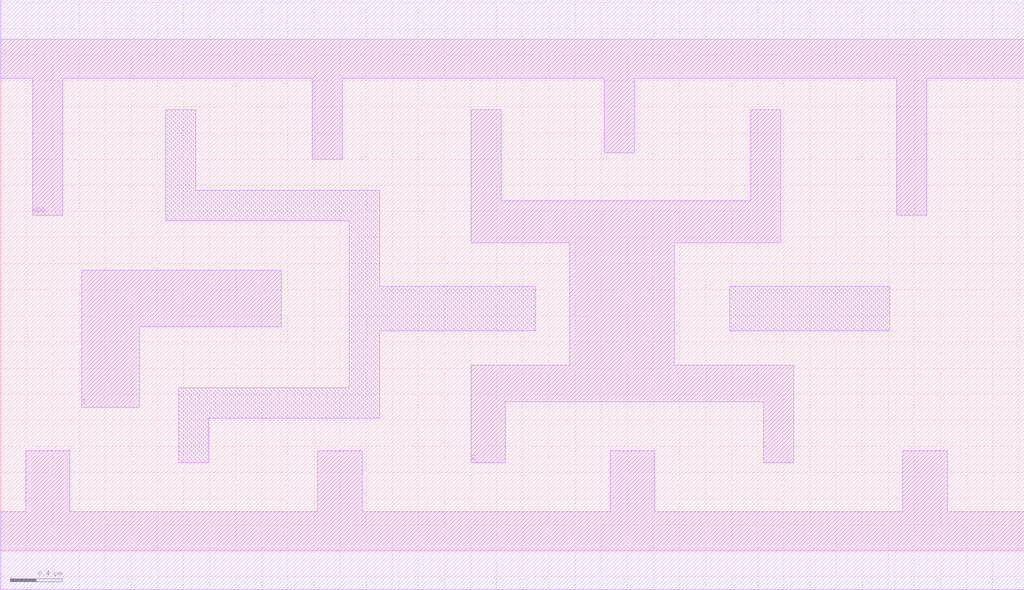
<source format=lef>
# Copyright 2022 GlobalFoundries PDK Authors
#
# Licensed under the Apache License, Version 2.0 (the "License");
# you may not use this file except in compliance with the License.
# You may obtain a copy of the License at
#
#      http://www.apache.org/licenses/LICENSE-2.0
#
# Unless required by applicable law or agreed to in writing, software
# distributed under the License is distributed on an "AS IS" BASIS,
# WITHOUT WARRANTIES OR CONDITIONS OF ANY KIND, either express or implied.
# See the License for the specific language governing permissions and
# limitations under the License.

MACRO gf180mcu_fd_sc_mcu7t5v0__buf_4
  CLASS core ;
  FOREIGN gf180mcu_fd_sc_mcu7t5v0__buf_4 0.0 0.0 ;
  ORIGIN 0 0 ;
  SYMMETRY X Y ;
  SITE GF018hv5v_mcu_sc7 ;
  SIZE 7.84 BY 3.92 ;
  PIN I
    DIRECTION INPUT ;
    ANTENNAGATEAREA 2.204 ;
    PORT
      LAYER METAL1 ;
        POLYGON 0.62 1.1 1.06 1.1 1.06 1.715 2.15 1.715 2.15 2.15 0.62 2.15  ;
    END
  END I
  PIN Z
    DIRECTION OUTPUT ;
    ANTENNADIFFAREA 2.3656 ;
    PORT
      LAYER METAL1 ;
        POLYGON 3.605 2.36 4.095 2.36 4.36 2.36 4.36 1.42 3.605 1.42 3.605 0.675 3.865 0.675 3.865 1.14 5.845 1.14 5.845 0.675 6.075 0.675 6.075 1.42 5.16 1.42 5.16 2.36 5.975 2.36 5.975 3.38 5.745 3.38 5.745 2.68 4.095 2.68 3.835 2.68 3.835 3.38 3.605 3.38  ;
    END
  END Z
  PIN VDD
    DIRECTION INOUT ;
    USE power ;
    SHAPE ABUTMENT ;
    PORT
      LAYER METAL1 ;
        POLYGON 0 3.62 0.245 3.62 0.245 2.57 0.475 2.57 0.475 3.62 2.385 3.62 2.385 3 2.615 3 2.615 3.62 4.095 3.62 4.625 3.62 4.625 3.05 4.855 3.05 4.855 3.62 6.81 3.62 6.865 3.62 6.865 2.57 7.095 2.57 7.095 3.62 7.84 3.62 7.84 4.22 6.81 4.22 4.095 4.22 0 4.22  ;
    END
  END VDD
  PIN VSS
    DIRECTION INOUT ;
    USE ground ;
    SHAPE ABUTMENT ;
    PORT
      LAYER METAL1 ;
        POLYGON 0 -0.3 7.84 -0.3 7.84 0.3 7.25 0.3 7.25 0.765 6.91 0.765 6.91 0.3 5.01 0.3 5.01 0.765 4.67 0.765 4.67 0.3 2.77 0.3 2.77 0.765 2.43 0.765 2.43 0.3 0.53 0.3 0.53 0.765 0.19 0.765 0.19 0.3 0 0.3  ;
    END
  END VSS
  OBS
      LAYER METAL1 ;
        POLYGON 1.265 2.53 2.67 2.53 2.67 1.25 1.365 1.25 1.365 0.675 1.595 0.675 1.595 1.015 2.905 1.015 2.905 1.685 4.095 1.685 4.095 2.025 2.905 2.025 2.905 2.76 1.495 2.76 1.495 3.38 1.265 3.38  ;
        POLYGON 5.585 1.685 6.81 1.685 6.81 2.025 5.585 2.025  ;
  END
END gf180mcu_fd_sc_mcu7t5v0__buf_4

</source>
